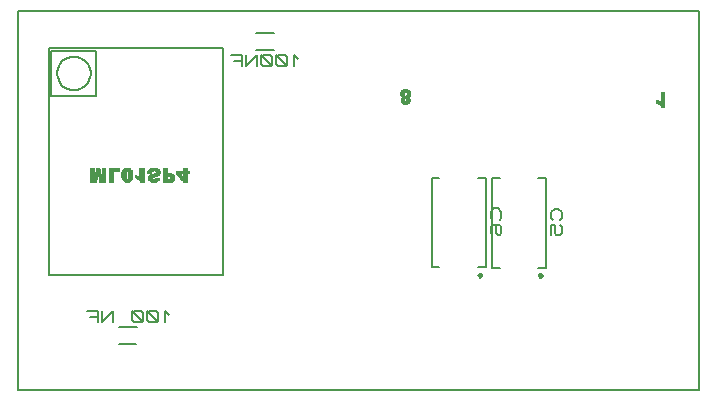
<source format=gbr>
G04 PROTEUS GERBER X2 FILE*
%TF.GenerationSoftware,Labcenter,Proteus,8.15-SP1-Build34318*%
%TF.CreationDate,2024-05-26T10:12:06+00:00*%
%TF.FileFunction,Legend,Bot*%
%TF.FilePolarity,Positive*%
%TF.Part,Single*%
%TF.SameCoordinates,{c1c5c1e2-d9f3-4829-891e-9e67f3fcbee4}*%
%FSLAX45Y45*%
%MOMM*%
G01*
%TA.AperFunction,Profile*%
%ADD23C,0.203200*%
%TA.AperFunction,Material*%
%ADD26C,0.203200*%
%TA.AperFunction,NonMaterial*%
%ADD29C,0.063500*%
%TA.AperFunction,Material*%
%ADD27C,0.250000*%
%ADD28C,0.200000*%
%TD.AperFunction*%
D23*
X-4859022Y-1330960D02*
X+902970Y-1330960D01*
X+902970Y+1882140D01*
X-4859022Y+1882140D01*
X-4859022Y-1330960D01*
D26*
X-4602757Y-354313D02*
X-3129257Y-354313D01*
X-3129257Y+1568187D01*
X-4602757Y+1568187D01*
X-4602757Y-354313D01*
X-4578957Y+1162067D02*
X-4197957Y+1162067D01*
X-4197957Y+1543067D01*
X-4578957Y+1543067D01*
X-4578957Y+1162067D01*
X-4246467Y+1352567D02*
X-4246943Y+1364182D01*
X-4250809Y+1387414D01*
X-4258889Y+1410646D01*
X-4272054Y+1433878D01*
X-4292196Y+1456946D01*
X-4315428Y+1474337D01*
X-4338660Y+1485538D01*
X-4361892Y+1492050D01*
X-4385124Y+1494518D01*
X-4388457Y+1494557D01*
X-4530447Y+1352567D02*
X-4529971Y+1364182D01*
X-4526105Y+1387414D01*
X-4518025Y+1410646D01*
X-4504860Y+1433878D01*
X-4484718Y+1456946D01*
X-4461486Y+1474337D01*
X-4438254Y+1485538D01*
X-4415022Y+1492050D01*
X-4391790Y+1494518D01*
X-4388457Y+1494557D01*
X-4530447Y+1352567D02*
X-4529971Y+1340952D01*
X-4526105Y+1317720D01*
X-4518025Y+1294488D01*
X-4504860Y+1271256D01*
X-4484718Y+1248188D01*
X-4461486Y+1230797D01*
X-4438254Y+1219596D01*
X-4415022Y+1213084D01*
X-4391790Y+1210616D01*
X-4388457Y+1210577D01*
X-4246467Y+1352567D02*
X-4246943Y+1340952D01*
X-4250809Y+1317720D01*
X-4258889Y+1294488D01*
X-4272054Y+1271256D01*
X-4292196Y+1248188D01*
X-4315428Y+1230797D01*
X-4338660Y+1219596D01*
X-4361892Y+1213084D01*
X-4385124Y+1210616D01*
X-4388457Y+1210577D01*
D29*
X-4249377Y+435627D02*
X-4198577Y+435627D01*
X-4173177Y+435627D02*
X-4122377Y+435627D01*
X-4091897Y+435627D02*
X-4056337Y+435627D01*
X-3954737Y+435627D02*
X-3924257Y+435627D01*
X-3827737Y+435627D02*
X-3797257Y+435627D01*
X-3736297Y+435627D02*
X-3690577Y+435627D01*
X-3634697Y+435627D02*
X-3558497Y+435627D01*
X-3461977Y+435627D02*
X-3426417Y+435627D01*
X-4249377Y+440707D02*
X-4198577Y+440707D01*
X-4173177Y+440707D02*
X-4122377Y+440707D01*
X-4091897Y+440707D02*
X-4056337Y+440707D01*
X-3964897Y+440707D02*
X-3914097Y+440707D01*
X-3827737Y+440707D02*
X-3797257Y+440707D01*
X-3746457Y+440707D02*
X-3680417Y+440707D01*
X-3634697Y+440707D02*
X-3548337Y+440707D01*
X-3467057Y+440707D02*
X-3426417Y+440707D01*
X-4249377Y+445787D02*
X-4198577Y+445787D01*
X-4173177Y+445787D02*
X-4122377Y+445787D01*
X-4091897Y+445787D02*
X-4056337Y+445787D01*
X-3975057Y+445787D02*
X-3909017Y+445787D01*
X-3832817Y+445787D02*
X-3797257Y+445787D01*
X-3751537Y+445787D02*
X-3675337Y+445787D01*
X-3634697Y+445787D02*
X-3543257Y+445787D01*
X-3472137Y+445787D02*
X-3426417Y+445787D01*
X-4249377Y+450867D02*
X-4198577Y+450867D01*
X-4173177Y+450867D02*
X-4122377Y+450867D01*
X-4091897Y+450867D02*
X-4056337Y+450867D01*
X-3975057Y+450867D02*
X-3903937Y+450867D01*
X-3837897Y+450867D02*
X-3797257Y+450867D01*
X-3756617Y+450867D02*
X-3670257Y+450867D01*
X-3634697Y+450867D02*
X-3543257Y+450867D01*
X-3477217Y+450867D02*
X-3426417Y+450867D01*
X-4249377Y+455947D02*
X-4193497Y+455947D01*
X-4178257Y+455947D02*
X-4122377Y+455947D01*
X-4091897Y+455947D02*
X-4056337Y+455947D01*
X-3980137Y+455947D02*
X-3944577Y+455947D01*
X-3934417Y+455947D02*
X-3898857Y+455947D01*
X-3842977Y+455947D02*
X-3797257Y+455947D01*
X-3761697Y+455947D02*
X-3670257Y+455947D01*
X-3634697Y+455947D02*
X-3538177Y+455947D01*
X-3482297Y+455947D02*
X-3426417Y+455947D01*
X-4249377Y+461027D02*
X-4193497Y+461027D01*
X-4178257Y+461027D02*
X-4122377Y+461027D01*
X-4091897Y+461027D02*
X-4056337Y+461027D01*
X-3980137Y+461027D02*
X-3944577Y+461027D01*
X-3934417Y+461027D02*
X-3898857Y+461027D01*
X-3853137Y+461027D02*
X-3797257Y+461027D01*
X-3761697Y+461027D02*
X-3721057Y+461027D01*
X-3705817Y+461027D02*
X-3665177Y+461027D01*
X-3634697Y+461027D02*
X-3599137Y+461027D01*
X-3578817Y+461027D02*
X-3538177Y+461027D01*
X-3487377Y+461027D02*
X-3426417Y+461027D01*
X-4249377Y+466107D02*
X-4193497Y+466107D01*
X-4178257Y+466107D02*
X-4122377Y+466107D01*
X-4091897Y+466107D02*
X-4056337Y+466107D01*
X-3980137Y+466107D02*
X-3949657Y+466107D01*
X-3929337Y+466107D02*
X-3898857Y+466107D01*
X-3863297Y+466107D02*
X-3797257Y+466107D01*
X-3761697Y+466107D02*
X-3726137Y+466107D01*
X-3700737Y+466107D02*
X-3665177Y+466107D01*
X-3634697Y+466107D02*
X-3599137Y+466107D01*
X-3573737Y+466107D02*
X-3538177Y+466107D01*
X-3492457Y+466107D02*
X-3426417Y+466107D01*
X-4249377Y+471187D02*
X-4193497Y+471187D01*
X-4178257Y+471187D02*
X-4122377Y+471187D01*
X-4091897Y+471187D02*
X-4056337Y+471187D01*
X-3985217Y+471187D02*
X-3949657Y+471187D01*
X-3929337Y+471187D02*
X-3893777Y+471187D01*
X-3868377Y+471187D02*
X-3797257Y+471187D01*
X-3761697Y+471187D02*
X-3726137Y+471187D01*
X-3634697Y+471187D02*
X-3599137Y+471187D01*
X-3573737Y+471187D02*
X-3538177Y+471187D01*
X-3497537Y+471187D02*
X-3426417Y+471187D01*
X-4249377Y+476267D02*
X-4218897Y+476267D01*
X-4213817Y+476267D02*
X-4193497Y+476267D01*
X-4178257Y+476267D02*
X-4157937Y+476267D01*
X-4152857Y+476267D02*
X-4122377Y+476267D01*
X-4091897Y+476267D02*
X-4056337Y+476267D01*
X-3985217Y+476267D02*
X-3949657Y+476267D01*
X-3929337Y+476267D02*
X-3893777Y+476267D01*
X-3868377Y+476267D02*
X-3797257Y+476267D01*
X-3761697Y+476267D02*
X-3710897Y+476267D01*
X-3634697Y+476267D02*
X-3599137Y+476267D01*
X-3573737Y+476267D02*
X-3538177Y+476267D01*
X-3497537Y+476267D02*
X-3467057Y+476267D01*
X-3461977Y+476267D02*
X-3426417Y+476267D01*
X-4249377Y+481347D02*
X-4218897Y+481347D01*
X-4213817Y+481347D02*
X-4188417Y+481347D01*
X-4178257Y+481347D02*
X-4157937Y+481347D01*
X-4152857Y+481347D02*
X-4122377Y+481347D01*
X-4091897Y+481347D02*
X-4056337Y+481347D01*
X-3985217Y+481347D02*
X-3949657Y+481347D01*
X-3929337Y+481347D02*
X-3893777Y+481347D01*
X-3868377Y+481347D02*
X-3837897Y+481347D01*
X-3832817Y+481347D02*
X-3797257Y+481347D01*
X-3756617Y+481347D02*
X-3690577Y+481347D01*
X-3634697Y+481347D02*
X-3599137Y+481347D01*
X-3578817Y+481347D02*
X-3538177Y+481347D01*
X-3502617Y+481347D02*
X-3472137Y+481347D01*
X-3461977Y+481347D02*
X-3426417Y+481347D01*
X-4249377Y+486427D02*
X-4218897Y+486427D01*
X-4213817Y+486427D02*
X-4188417Y+486427D01*
X-4183337Y+486427D02*
X-4157937Y+486427D01*
X-4152857Y+486427D02*
X-4122377Y+486427D01*
X-4091897Y+486427D02*
X-4056337Y+486427D01*
X-3985217Y+486427D02*
X-3949657Y+486427D01*
X-3929337Y+486427D02*
X-3893777Y+486427D01*
X-3868377Y+486427D02*
X-3848057Y+486427D01*
X-3832817Y+486427D02*
X-3797257Y+486427D01*
X-3756617Y+486427D02*
X-3680417Y+486427D01*
X-3634697Y+486427D02*
X-3538177Y+486427D01*
X-3507697Y+486427D02*
X-3477217Y+486427D01*
X-3461977Y+486427D02*
X-3426417Y+486427D01*
X-4249377Y+491507D02*
X-4218897Y+491507D01*
X-4213817Y+491507D02*
X-4188417Y+491507D01*
X-4183337Y+491507D02*
X-4157937Y+491507D01*
X-4152857Y+491507D02*
X-4122377Y+491507D01*
X-4091897Y+491507D02*
X-4056337Y+491507D01*
X-3985217Y+491507D02*
X-3949657Y+491507D01*
X-3929337Y+491507D02*
X-3893777Y+491507D01*
X-3868377Y+491507D02*
X-3858217Y+491507D01*
X-3832817Y+491507D02*
X-3797257Y+491507D01*
X-3751537Y+491507D02*
X-3670257Y+491507D01*
X-3634697Y+491507D02*
X-3543257Y+491507D01*
X-3512777Y+491507D02*
X-3482297Y+491507D01*
X-3461977Y+491507D02*
X-3426417Y+491507D01*
X-4249377Y+496587D02*
X-4218897Y+496587D01*
X-4213817Y+496587D02*
X-4188417Y+496587D01*
X-4183337Y+496587D02*
X-4157937Y+496587D01*
X-4152857Y+496587D02*
X-4122377Y+496587D01*
X-4091897Y+496587D02*
X-4056337Y+496587D01*
X-3985217Y+496587D02*
X-3949657Y+496587D01*
X-3929337Y+496587D02*
X-3893777Y+496587D01*
X-3832817Y+496587D02*
X-3797257Y+496587D01*
X-3741377Y+496587D02*
X-3665177Y+496587D01*
X-3634697Y+496587D02*
X-3548337Y+496587D01*
X-3517857Y+496587D02*
X-3482297Y+496587D01*
X-3461977Y+496587D02*
X-3426417Y+496587D01*
X-4249377Y+501667D02*
X-4218897Y+501667D01*
X-4208737Y+501667D02*
X-4188417Y+501667D01*
X-4183337Y+501667D02*
X-4163017Y+501667D01*
X-4152857Y+501667D02*
X-4122377Y+501667D01*
X-4091897Y+501667D02*
X-4056337Y+501667D01*
X-3985217Y+501667D02*
X-3949657Y+501667D01*
X-3929337Y+501667D02*
X-3893777Y+501667D01*
X-3832817Y+501667D02*
X-3797257Y+501667D01*
X-3731217Y+501667D02*
X-3665177Y+501667D01*
X-3634697Y+501667D02*
X-3553417Y+501667D01*
X-3522937Y+501667D02*
X-3487377Y+501667D01*
X-3461977Y+501667D02*
X-3426417Y+501667D01*
X-4249377Y+506747D02*
X-4218897Y+506747D01*
X-4208737Y+506747D02*
X-4188417Y+506747D01*
X-4183337Y+506747D02*
X-4163017Y+506747D01*
X-4152857Y+506747D02*
X-4122377Y+506747D01*
X-4091897Y+506747D02*
X-4056337Y+506747D01*
X-3985217Y+506747D02*
X-3949657Y+506747D01*
X-3929337Y+506747D02*
X-3893777Y+506747D01*
X-3832817Y+506747D02*
X-3797257Y+506747D01*
X-3705817Y+506747D02*
X-3660097Y+506747D01*
X-3634697Y+506747D02*
X-3563577Y+506747D01*
X-3522937Y+506747D02*
X-3411177Y+506747D01*
X-4249377Y+511827D02*
X-4218897Y+511827D01*
X-4208737Y+511827D02*
X-4163017Y+511827D01*
X-4152857Y+511827D02*
X-4122377Y+511827D01*
X-4091897Y+511827D02*
X-4056337Y+511827D01*
X-3985217Y+511827D02*
X-3949657Y+511827D01*
X-3929337Y+511827D02*
X-3893777Y+511827D01*
X-3832817Y+511827D02*
X-3797257Y+511827D01*
X-3766777Y+511827D02*
X-3731217Y+511827D01*
X-3700737Y+511827D02*
X-3660097Y+511827D01*
X-3634697Y+511827D02*
X-3599137Y+511827D01*
X-3522937Y+511827D02*
X-3411177Y+511827D01*
X-4249377Y+516907D02*
X-4218897Y+516907D01*
X-4208737Y+516907D02*
X-4163017Y+516907D01*
X-4152857Y+516907D02*
X-4122377Y+516907D01*
X-4091897Y+516907D02*
X-4056337Y+516907D01*
X-3985217Y+516907D02*
X-3949657Y+516907D01*
X-3929337Y+516907D02*
X-3893777Y+516907D01*
X-3832817Y+516907D02*
X-3797257Y+516907D01*
X-3766777Y+516907D02*
X-3731217Y+516907D01*
X-3695657Y+516907D02*
X-3660097Y+516907D01*
X-3634697Y+516907D02*
X-3599137Y+516907D01*
X-3522937Y+516907D02*
X-3411177Y+516907D01*
X-4249377Y+521987D02*
X-4218897Y+521987D01*
X-4203657Y+521987D02*
X-4168097Y+521987D01*
X-4152857Y+521987D02*
X-4122377Y+521987D01*
X-4091897Y+521987D02*
X-4056337Y+521987D01*
X-3980137Y+521987D02*
X-3949657Y+521987D01*
X-3929337Y+521987D02*
X-3898857Y+521987D01*
X-3832817Y+521987D02*
X-3797257Y+521987D01*
X-3766777Y+521987D02*
X-3726137Y+521987D01*
X-3695657Y+521987D02*
X-3660097Y+521987D01*
X-3634697Y+521987D02*
X-3599137Y+521987D01*
X-3522937Y+521987D02*
X-3411177Y+521987D01*
X-4249377Y+527067D02*
X-4218897Y+527067D01*
X-4203657Y+527067D02*
X-4168097Y+527067D01*
X-4152857Y+527067D02*
X-4122377Y+527067D01*
X-4091897Y+527067D02*
X-4005537Y+527067D01*
X-3980137Y+527067D02*
X-3944577Y+527067D01*
X-3934417Y+527067D02*
X-3898857Y+527067D01*
X-3832817Y+527067D02*
X-3797257Y+527067D01*
X-3761697Y+527067D02*
X-3721057Y+527067D01*
X-3700737Y+527067D02*
X-3660097Y+527067D01*
X-3634697Y+527067D02*
X-3599137Y+527067D01*
X-3522937Y+527067D02*
X-3411177Y+527067D01*
X-4249377Y+532147D02*
X-4218897Y+532147D01*
X-4203657Y+532147D02*
X-4168097Y+532147D01*
X-4152857Y+532147D02*
X-4122377Y+532147D01*
X-4091897Y+532147D02*
X-4005537Y+532147D01*
X-3980137Y+532147D02*
X-3944577Y+532147D01*
X-3934417Y+532147D02*
X-3898857Y+532147D01*
X-3832817Y+532147D02*
X-3797257Y+532147D01*
X-3761697Y+532147D02*
X-3665177Y+532147D01*
X-3634697Y+532147D02*
X-3599137Y+532147D01*
X-3461977Y+532147D02*
X-3426417Y+532147D01*
X-4249377Y+537227D02*
X-4218897Y+537227D01*
X-4203657Y+537227D02*
X-4168097Y+537227D01*
X-4152857Y+537227D02*
X-4122377Y+537227D01*
X-4091897Y+537227D02*
X-4005537Y+537227D01*
X-3975057Y+537227D02*
X-3903937Y+537227D01*
X-3832817Y+537227D02*
X-3797257Y+537227D01*
X-3756617Y+537227D02*
X-3665177Y+537227D01*
X-3634697Y+537227D02*
X-3599137Y+537227D01*
X-3461977Y+537227D02*
X-3426417Y+537227D01*
X-4249377Y+542307D02*
X-4218897Y+542307D01*
X-4203657Y+542307D02*
X-4168097Y+542307D01*
X-4152857Y+542307D02*
X-4122377Y+542307D01*
X-4091897Y+542307D02*
X-4005537Y+542307D01*
X-3969977Y+542307D02*
X-3909017Y+542307D01*
X-3832817Y+542307D02*
X-3797257Y+542307D01*
X-3751537Y+542307D02*
X-3670257Y+542307D01*
X-3634697Y+542307D02*
X-3599137Y+542307D01*
X-3461977Y+542307D02*
X-3426417Y+542307D01*
X-4249377Y+547387D02*
X-4218897Y+547387D01*
X-4198577Y+547387D02*
X-4173177Y+547387D01*
X-4152857Y+547387D02*
X-4122377Y+547387D01*
X-4091897Y+547387D02*
X-4005537Y+547387D01*
X-3964897Y+547387D02*
X-3914097Y+547387D01*
X-3832817Y+547387D02*
X-3797257Y+547387D01*
X-3746457Y+547387D02*
X-3680417Y+547387D01*
X-3634697Y+547387D02*
X-3599137Y+547387D01*
X-3461977Y+547387D02*
X-3426417Y+547387D01*
X-4249377Y+552467D02*
X-4218897Y+552467D01*
X-4198577Y+552467D02*
X-4173177Y+552467D01*
X-4152857Y+552467D02*
X-4122377Y+552467D01*
X-4091897Y+552467D02*
X-4005537Y+552467D01*
X-3959817Y+552467D02*
X-3924257Y+552467D01*
X-3832817Y+552467D02*
X-3797257Y+552467D01*
X-3736297Y+552467D02*
X-3690577Y+552467D01*
X-3634697Y+552467D02*
X-3599137Y+552467D01*
X-3461977Y+552467D02*
X-3426417Y+552467D01*
X-1625600Y+1167130D02*
X-1625600Y+1197610D01*
X-1620520Y+1116330D02*
X-1620520Y+1136650D01*
X-1620520Y+1162050D02*
X-1620520Y+1202690D01*
X-1615440Y+1106170D02*
X-1615440Y+1146810D01*
X-1615440Y+1156970D02*
X-1615440Y+1207770D01*
X-1610360Y+1101090D02*
X-1610360Y+1212850D01*
X-1605280Y+1101090D02*
X-1605280Y+1212850D01*
X-1600200Y+1096010D02*
X-1600200Y+1217930D01*
X-1595120Y+1096010D02*
X-1595120Y+1217930D01*
X-1590040Y+1096010D02*
X-1590040Y+1167130D01*
X-1590040Y+1192530D02*
X-1590040Y+1217930D01*
X-1584960Y+1096010D02*
X-1584960Y+1116330D01*
X-1584960Y+1141730D02*
X-1584960Y+1162050D01*
X-1584960Y+1197610D02*
X-1584960Y+1217930D01*
X-1579880Y+1096010D02*
X-1579880Y+1116330D01*
X-1579880Y+1141730D02*
X-1579880Y+1162050D01*
X-1579880Y+1197610D02*
X-1579880Y+1217930D01*
X-1574800Y+1096010D02*
X-1574800Y+1167130D01*
X-1574800Y+1192530D02*
X-1574800Y+1217930D01*
X-1569720Y+1096010D02*
X-1569720Y+1217930D01*
X-1564640Y+1096010D02*
X-1564640Y+1217930D01*
X-1559560Y+1101090D02*
X-1559560Y+1212850D01*
X-1554480Y+1101090D02*
X-1554480Y+1212850D01*
X-1549400Y+1106170D02*
X-1549400Y+1146810D01*
X-1549400Y+1156970D02*
X-1549400Y+1207770D01*
X-1544320Y+1116330D02*
X-1544320Y+1136650D01*
X-1544320Y+1162050D02*
X-1544320Y+1202690D01*
X-1539240Y+1167130D02*
X-1539240Y+1192530D01*
X+543560Y+1103630D02*
X+543560Y+1129030D01*
X+548640Y+1098550D02*
X+548640Y+1129030D01*
X+553720Y+1098550D02*
X+553720Y+1123950D01*
X+558800Y+1093470D02*
X+558800Y+1123950D01*
X+563880Y+1093470D02*
X+563880Y+1118870D01*
X+568960Y+1088390D02*
X+568960Y+1118870D01*
X+574040Y+1083310D02*
X+574040Y+1113790D01*
X+579120Y+1078230D02*
X+579120Y+1189990D01*
X+584200Y+1068070D02*
X+584200Y+1189990D01*
X+589280Y+1068070D02*
X+589280Y+1189990D01*
X+594360Y+1068070D02*
X+594360Y+1189990D01*
X+599440Y+1068070D02*
X+599440Y+1189990D01*
X+604520Y+1068070D02*
X+604520Y+1189990D01*
X+609600Y+1068070D02*
X+609600Y+1189990D01*
D27*
X-427260Y-358520D02*
X-427303Y-357481D01*
X-427655Y-355402D01*
X-428392Y-353323D01*
X-429596Y-351244D01*
X-431437Y-349194D01*
X-433516Y-347691D01*
X-435595Y-346734D01*
X-437674Y-346195D01*
X-439753Y-346020D01*
X-439760Y-346020D01*
X-452260Y-358520D02*
X-452217Y-357481D01*
X-451865Y-355402D01*
X-451128Y-353323D01*
X-449924Y-351244D01*
X-448083Y-349194D01*
X-446004Y-347691D01*
X-443925Y-346734D01*
X-441846Y-346195D01*
X-439767Y-346020D01*
X-439760Y-346020D01*
X-452260Y-358520D02*
X-452217Y-359559D01*
X-451865Y-361638D01*
X-451128Y-363717D01*
X-449924Y-365796D01*
X-448083Y-367846D01*
X-446004Y-369349D01*
X-443925Y-370306D01*
X-441846Y-370845D01*
X-439767Y-371020D01*
X-439760Y-371020D01*
X-427260Y-358520D02*
X-427303Y-359559D01*
X-427655Y-361638D01*
X-428392Y-363717D01*
X-429596Y-365796D01*
X-431437Y-367846D01*
X-433516Y-369349D01*
X-435595Y-370306D01*
X-437674Y-370845D01*
X-439753Y-371020D01*
X-439760Y-371020D01*
D28*
X-457260Y-293520D02*
X-389760Y-293520D01*
X-389760Y+466480D01*
X-457260Y+466480D01*
X-782260Y-293520D02*
X-849760Y-293520D01*
X-849760Y+466480D01*
X-782260Y+466480D01*
D26*
X-273080Y+111980D02*
X-257840Y+127855D01*
X-257840Y+175480D01*
X-288320Y+207230D01*
X-318800Y+207230D01*
X-349280Y+175480D01*
X-349280Y+127855D01*
X-334040Y+111980D01*
X-349280Y-15020D02*
X-349280Y+64355D01*
X-318800Y+64355D01*
X-318800Y+855D01*
X-303560Y-15020D01*
X-273080Y-15020D01*
X-257840Y+855D01*
X-257840Y+48480D01*
X-273080Y+64355D01*
D27*
X-937800Y-355980D02*
X-937843Y-354941D01*
X-938195Y-352862D01*
X-938932Y-350783D01*
X-940136Y-348704D01*
X-941977Y-346654D01*
X-944056Y-345151D01*
X-946135Y-344194D01*
X-948214Y-343655D01*
X-950293Y-343480D01*
X-950300Y-343480D01*
X-962800Y-355980D02*
X-962757Y-354941D01*
X-962405Y-352862D01*
X-961668Y-350783D01*
X-960464Y-348704D01*
X-958623Y-346654D01*
X-956544Y-345151D01*
X-954465Y-344194D01*
X-952386Y-343655D01*
X-950307Y-343480D01*
X-950300Y-343480D01*
X-962800Y-355980D02*
X-962757Y-357019D01*
X-962405Y-359098D01*
X-961668Y-361177D01*
X-960464Y-363256D01*
X-958623Y-365306D01*
X-956544Y-366809D01*
X-954465Y-367766D01*
X-952386Y-368305D01*
X-950307Y-368480D01*
X-950300Y-368480D01*
X-937800Y-355980D02*
X-937843Y-357019D01*
X-938195Y-359098D01*
X-938932Y-361177D01*
X-940136Y-363256D01*
X-941977Y-365306D01*
X-944056Y-366809D01*
X-946135Y-367766D01*
X-948214Y-368305D01*
X-950293Y-368480D01*
X-950300Y-368480D01*
D28*
X-967800Y-290980D02*
X-900300Y-290980D01*
X-900300Y+469020D01*
X-967800Y+469020D01*
X-1292800Y-290980D02*
X-1360300Y-290980D01*
X-1360300Y+469020D01*
X-1292800Y+469020D01*
D26*
X-783620Y+114520D02*
X-768380Y+130395D01*
X-768380Y+178020D01*
X-798860Y+209770D01*
X-829340Y+209770D01*
X-859820Y+178020D01*
X-859820Y+130395D01*
X-844580Y+114520D01*
X-844580Y-12480D02*
X-859820Y+3395D01*
X-859820Y+51020D01*
X-844580Y+66895D01*
X-783620Y+66895D01*
X-768380Y+51020D01*
X-768380Y+3395D01*
X-783620Y-12480D01*
X-798860Y-12480D01*
X-814100Y+3395D01*
X-814100Y+66895D01*
X-2848610Y+1546352D02*
X-2696210Y+1546352D01*
X-2846070Y+1693672D02*
X-2696210Y+1693672D01*
X-2489200Y+1475232D02*
X-2520950Y+1505712D01*
X-2520950Y+1414272D01*
X-2584450Y+1429512D02*
X-2584450Y+1490472D01*
X-2600325Y+1505712D01*
X-2663825Y+1505712D01*
X-2679700Y+1490472D01*
X-2679700Y+1429512D01*
X-2663825Y+1414272D01*
X-2600325Y+1414272D01*
X-2584450Y+1429512D01*
X-2584450Y+1414272D02*
X-2679700Y+1505712D01*
X-2711450Y+1429512D02*
X-2711450Y+1490472D01*
X-2727325Y+1505712D01*
X-2790825Y+1505712D01*
X-2806700Y+1490472D01*
X-2806700Y+1429512D01*
X-2790825Y+1414272D01*
X-2727325Y+1414272D01*
X-2711450Y+1429512D01*
X-2711450Y+1414272D02*
X-2806700Y+1505712D01*
X-2838450Y+1414272D02*
X-2838450Y+1505712D01*
X-2933700Y+1414272D01*
X-2933700Y+1505712D01*
X-2965450Y+1414272D02*
X-2965450Y+1505712D01*
X-3060700Y+1505712D01*
X-2965450Y+1459992D02*
X-3028950Y+1459992D01*
X-3856736Y-792988D02*
X-4009136Y-792988D01*
X-3859276Y-940308D02*
X-4009136Y-940308D01*
X-3581146Y-691388D02*
X-3612896Y-660908D01*
X-3612896Y-752348D01*
X-3676396Y-737108D02*
X-3676396Y-676148D01*
X-3692271Y-660908D01*
X-3755771Y-660908D01*
X-3771646Y-676148D01*
X-3771646Y-737108D01*
X-3755771Y-752348D01*
X-3692271Y-752348D01*
X-3676396Y-737108D01*
X-3676396Y-752348D02*
X-3771646Y-660908D01*
X-3803396Y-737108D02*
X-3803396Y-676148D01*
X-3819271Y-660908D01*
X-3882771Y-660908D01*
X-3898646Y-676148D01*
X-3898646Y-737108D01*
X-3882771Y-752348D01*
X-3819271Y-752348D01*
X-3803396Y-737108D01*
X-3803396Y-752348D02*
X-3898646Y-660908D01*
X-4057396Y-752348D02*
X-4057396Y-660908D01*
X-4152646Y-752348D01*
X-4152646Y-660908D01*
X-4184396Y-752348D02*
X-4184396Y-660908D01*
X-4279646Y-660908D01*
X-4184396Y-706628D02*
X-4247896Y-706628D01*
M02*

</source>
